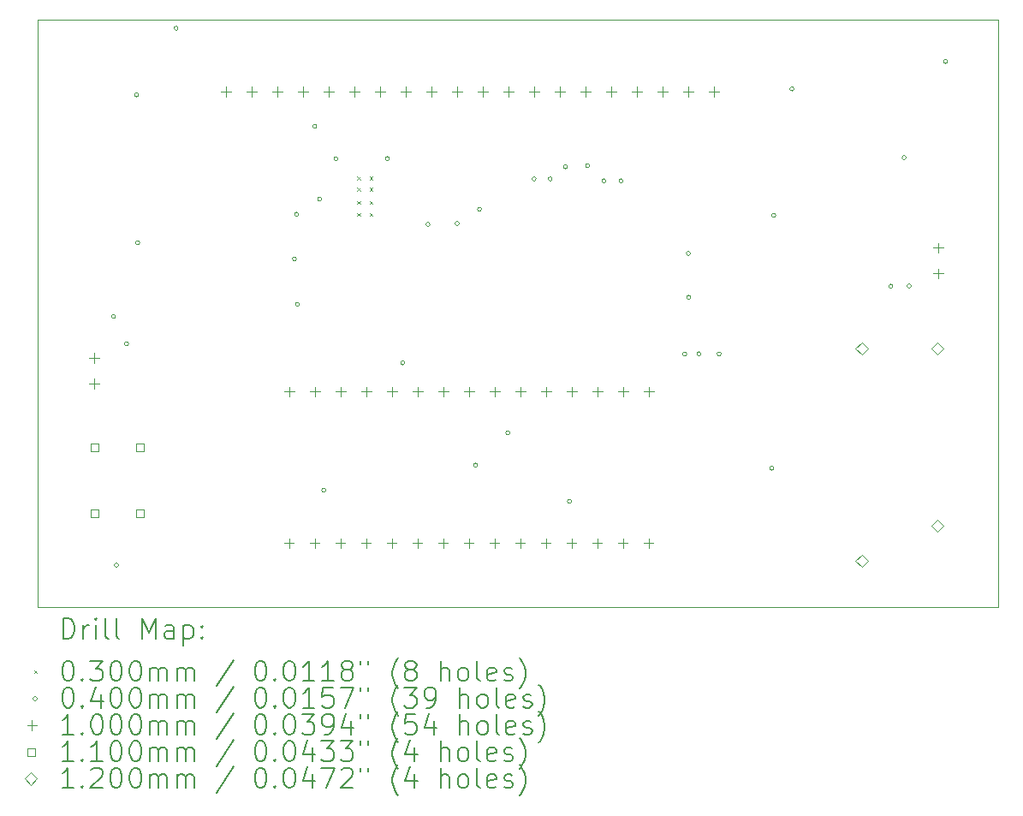
<source format=gbr>
%TF.GenerationSoftware,KiCad,Pcbnew,6.0.11+dfsg-1~bpo11+1*%
%TF.CreationDate,2023-11-07T00:47:49-03:00*%
%TF.ProjectId,controller,636f6e74-726f-46c6-9c65-722e6b696361,rev?*%
%TF.SameCoordinates,Original*%
%TF.FileFunction,Drillmap*%
%TF.FilePolarity,Positive*%
%FSLAX45Y45*%
G04 Gerber Fmt 4.5, Leading zero omitted, Abs format (unit mm)*
G04 Created by KiCad (PCBNEW 6.0.11+dfsg-1~bpo11+1) date 2023-11-07 00:47:49*
%MOMM*%
%LPD*%
G01*
G04 APERTURE LIST*
%ADD10C,0.100000*%
%ADD11C,0.200000*%
%ADD12C,0.030000*%
%ADD13C,0.040000*%
%ADD14C,0.110000*%
%ADD15C,0.120000*%
G04 APERTURE END LIST*
D10*
X19250000Y-12950000D02*
X19250000Y-7150000D01*
X9750000Y-12950000D02*
X19250000Y-12950000D01*
X9750000Y-7150000D02*
X9750000Y-12950000D01*
X19250000Y-7150000D02*
X9750000Y-7150000D01*
D11*
D12*
X12911600Y-8698600D02*
X12941600Y-8728600D01*
X12941600Y-8698600D02*
X12911600Y-8728600D01*
X12911600Y-8808600D02*
X12941600Y-8838600D01*
X12941600Y-8808600D02*
X12911600Y-8838600D01*
X12911600Y-8938600D02*
X12941600Y-8968600D01*
X12941600Y-8938600D02*
X12911600Y-8968600D01*
X12911600Y-9058600D02*
X12941600Y-9088600D01*
X12941600Y-9058600D02*
X12911600Y-9088600D01*
X13031600Y-8698600D02*
X13061600Y-8728600D01*
X13061600Y-8698600D02*
X13031600Y-8728600D01*
X13031600Y-8808600D02*
X13061600Y-8838600D01*
X13061600Y-8808600D02*
X13031600Y-8838600D01*
X13031600Y-8938600D02*
X13061600Y-8968600D01*
X13061600Y-8938600D02*
X13031600Y-8968600D01*
X13031600Y-9058600D02*
X13061600Y-9088600D01*
X13061600Y-9058600D02*
X13031600Y-9088600D01*
D13*
X10520000Y-10080000D02*
G75*
G03*
X10520000Y-10080000I-20000J0D01*
G01*
X10550000Y-12540000D02*
G75*
G03*
X10550000Y-12540000I-20000J0D01*
G01*
X10650000Y-10350000D02*
G75*
G03*
X10650000Y-10350000I-20000J0D01*
G01*
X10750000Y-7890000D02*
G75*
G03*
X10750000Y-7890000I-20000J0D01*
G01*
X10760000Y-9350000D02*
G75*
G03*
X10760000Y-9350000I-20000J0D01*
G01*
X11140000Y-7230000D02*
G75*
G03*
X11140000Y-7230000I-20000J0D01*
G01*
X12310000Y-9510000D02*
G75*
G03*
X12310000Y-9510000I-20000J0D01*
G01*
X12330000Y-9070000D02*
G75*
G03*
X12330000Y-9070000I-20000J0D01*
G01*
X12340000Y-9960000D02*
G75*
G03*
X12340000Y-9960000I-20000J0D01*
G01*
X12510000Y-8200000D02*
G75*
G03*
X12510000Y-8200000I-20000J0D01*
G01*
X12560000Y-8920000D02*
G75*
G03*
X12560000Y-8920000I-20000J0D01*
G01*
X12600000Y-11800000D02*
G75*
G03*
X12600000Y-11800000I-20000J0D01*
G01*
X12720000Y-8520000D02*
G75*
G03*
X12720000Y-8520000I-20000J0D01*
G01*
X13230000Y-8520000D02*
G75*
G03*
X13230000Y-8520000I-20000J0D01*
G01*
X13380000Y-10540000D02*
G75*
G03*
X13380000Y-10540000I-20000J0D01*
G01*
X13630000Y-9170000D02*
G75*
G03*
X13630000Y-9170000I-20000J0D01*
G01*
X13920000Y-9160000D02*
G75*
G03*
X13920000Y-9160000I-20000J0D01*
G01*
X14100000Y-11550000D02*
G75*
G03*
X14100000Y-11550000I-20000J0D01*
G01*
X14140000Y-9020000D02*
G75*
G03*
X14140000Y-9020000I-20000J0D01*
G01*
X14420000Y-11230000D02*
G75*
G03*
X14420000Y-11230000I-20000J0D01*
G01*
X14680000Y-8720000D02*
G75*
G03*
X14680000Y-8720000I-20000J0D01*
G01*
X14840000Y-8720000D02*
G75*
G03*
X14840000Y-8720000I-20000J0D01*
G01*
X14990000Y-8600000D02*
G75*
G03*
X14990000Y-8600000I-20000J0D01*
G01*
X15030000Y-11910000D02*
G75*
G03*
X15030000Y-11910000I-20000J0D01*
G01*
X15210000Y-8590000D02*
G75*
G03*
X15210000Y-8590000I-20000J0D01*
G01*
X15370000Y-8740000D02*
G75*
G03*
X15370000Y-8740000I-20000J0D01*
G01*
X15540000Y-8740000D02*
G75*
G03*
X15540000Y-8740000I-20000J0D01*
G01*
X16170000Y-10450000D02*
G75*
G03*
X16170000Y-10450000I-20000J0D01*
G01*
X16206500Y-9456500D02*
G75*
G03*
X16206500Y-9456500I-20000J0D01*
G01*
X16210000Y-9890000D02*
G75*
G03*
X16210000Y-9890000I-20000J0D01*
G01*
X16310000Y-10450000D02*
G75*
G03*
X16310000Y-10450000I-20000J0D01*
G01*
X16510000Y-10450000D02*
G75*
G03*
X16510000Y-10450000I-20000J0D01*
G01*
X17030000Y-11580000D02*
G75*
G03*
X17030000Y-11580000I-20000J0D01*
G01*
X17050000Y-9080000D02*
G75*
G03*
X17050000Y-9080000I-20000J0D01*
G01*
X17230000Y-7830000D02*
G75*
G03*
X17230000Y-7830000I-20000J0D01*
G01*
X18210000Y-9780000D02*
G75*
G03*
X18210000Y-9780000I-20000J0D01*
G01*
X18340000Y-8510000D02*
G75*
G03*
X18340000Y-8510000I-20000J0D01*
G01*
X18390000Y-9780000D02*
G75*
G03*
X18390000Y-9780000I-20000J0D01*
G01*
X18750000Y-7560000D02*
G75*
G03*
X18750000Y-7560000I-20000J0D01*
G01*
D10*
X10309100Y-10441800D02*
X10309100Y-10541800D01*
X10259100Y-10491800D02*
X10359100Y-10491800D01*
X10309100Y-10695800D02*
X10309100Y-10795800D01*
X10259100Y-10745800D02*
X10359100Y-10745800D01*
X11614500Y-7804000D02*
X11614500Y-7904000D01*
X11564500Y-7854000D02*
X11664500Y-7854000D01*
X11868500Y-7804000D02*
X11868500Y-7904000D01*
X11818500Y-7854000D02*
X11918500Y-7854000D01*
X12122500Y-7804000D02*
X12122500Y-7904000D01*
X12072500Y-7854000D02*
X12172500Y-7854000D01*
X12236000Y-12272600D02*
X12236000Y-12372600D01*
X12186000Y-12322600D02*
X12286000Y-12322600D01*
X12242000Y-10774000D02*
X12242000Y-10874000D01*
X12192000Y-10824000D02*
X12292000Y-10824000D01*
X12376500Y-7804000D02*
X12376500Y-7904000D01*
X12326500Y-7854000D02*
X12426500Y-7854000D01*
X12490000Y-12272600D02*
X12490000Y-12372600D01*
X12440000Y-12322600D02*
X12540000Y-12322600D01*
X12496000Y-10774000D02*
X12496000Y-10874000D01*
X12446000Y-10824000D02*
X12546000Y-10824000D01*
X12630500Y-7804000D02*
X12630500Y-7904000D01*
X12580500Y-7854000D02*
X12680500Y-7854000D01*
X12744000Y-12272600D02*
X12744000Y-12372600D01*
X12694000Y-12322600D02*
X12794000Y-12322600D01*
X12750000Y-10774000D02*
X12750000Y-10874000D01*
X12700000Y-10824000D02*
X12800000Y-10824000D01*
X12884500Y-7804000D02*
X12884500Y-7904000D01*
X12834500Y-7854000D02*
X12934500Y-7854000D01*
X12998000Y-12272600D02*
X12998000Y-12372600D01*
X12948000Y-12322600D02*
X13048000Y-12322600D01*
X13004000Y-10774000D02*
X13004000Y-10874000D01*
X12954000Y-10824000D02*
X13054000Y-10824000D01*
X13138500Y-7804000D02*
X13138500Y-7904000D01*
X13088500Y-7854000D02*
X13188500Y-7854000D01*
X13252000Y-12272600D02*
X13252000Y-12372600D01*
X13202000Y-12322600D02*
X13302000Y-12322600D01*
X13258000Y-10774000D02*
X13258000Y-10874000D01*
X13208000Y-10824000D02*
X13308000Y-10824000D01*
X13392500Y-7804000D02*
X13392500Y-7904000D01*
X13342500Y-7854000D02*
X13442500Y-7854000D01*
X13506000Y-12272600D02*
X13506000Y-12372600D01*
X13456000Y-12322600D02*
X13556000Y-12322600D01*
X13512000Y-10774000D02*
X13512000Y-10874000D01*
X13462000Y-10824000D02*
X13562000Y-10824000D01*
X13646500Y-7804000D02*
X13646500Y-7904000D01*
X13596500Y-7854000D02*
X13696500Y-7854000D01*
X13760000Y-12272600D02*
X13760000Y-12372600D01*
X13710000Y-12322600D02*
X13810000Y-12322600D01*
X13766000Y-10774000D02*
X13766000Y-10874000D01*
X13716000Y-10824000D02*
X13816000Y-10824000D01*
X13900500Y-7804000D02*
X13900500Y-7904000D01*
X13850500Y-7854000D02*
X13950500Y-7854000D01*
X14014000Y-12272600D02*
X14014000Y-12372600D01*
X13964000Y-12322600D02*
X14064000Y-12322600D01*
X14020000Y-10774000D02*
X14020000Y-10874000D01*
X13970000Y-10824000D02*
X14070000Y-10824000D01*
X14154500Y-7804000D02*
X14154500Y-7904000D01*
X14104500Y-7854000D02*
X14204500Y-7854000D01*
X14268000Y-12272600D02*
X14268000Y-12372600D01*
X14218000Y-12322600D02*
X14318000Y-12322600D01*
X14274000Y-10774000D02*
X14274000Y-10874000D01*
X14224000Y-10824000D02*
X14324000Y-10824000D01*
X14408500Y-7804000D02*
X14408500Y-7904000D01*
X14358500Y-7854000D02*
X14458500Y-7854000D01*
X14522000Y-12272600D02*
X14522000Y-12372600D01*
X14472000Y-12322600D02*
X14572000Y-12322600D01*
X14528000Y-10774000D02*
X14528000Y-10874000D01*
X14478000Y-10824000D02*
X14578000Y-10824000D01*
X14662500Y-7804000D02*
X14662500Y-7904000D01*
X14612500Y-7854000D02*
X14712500Y-7854000D01*
X14776000Y-12272600D02*
X14776000Y-12372600D01*
X14726000Y-12322600D02*
X14826000Y-12322600D01*
X14782000Y-10774000D02*
X14782000Y-10874000D01*
X14732000Y-10824000D02*
X14832000Y-10824000D01*
X14916500Y-7804000D02*
X14916500Y-7904000D01*
X14866500Y-7854000D02*
X14966500Y-7854000D01*
X15030000Y-12272600D02*
X15030000Y-12372600D01*
X14980000Y-12322600D02*
X15080000Y-12322600D01*
X15036000Y-10774000D02*
X15036000Y-10874000D01*
X14986000Y-10824000D02*
X15086000Y-10824000D01*
X15170500Y-7804000D02*
X15170500Y-7904000D01*
X15120500Y-7854000D02*
X15220500Y-7854000D01*
X15284000Y-12272600D02*
X15284000Y-12372600D01*
X15234000Y-12322600D02*
X15334000Y-12322600D01*
X15290000Y-10774000D02*
X15290000Y-10874000D01*
X15240000Y-10824000D02*
X15340000Y-10824000D01*
X15424500Y-7804000D02*
X15424500Y-7904000D01*
X15374500Y-7854000D02*
X15474500Y-7854000D01*
X15538000Y-12272600D02*
X15538000Y-12372600D01*
X15488000Y-12322600D02*
X15588000Y-12322600D01*
X15544000Y-10774000D02*
X15544000Y-10874000D01*
X15494000Y-10824000D02*
X15594000Y-10824000D01*
X15678500Y-7804000D02*
X15678500Y-7904000D01*
X15628500Y-7854000D02*
X15728500Y-7854000D01*
X15792000Y-12272600D02*
X15792000Y-12372600D01*
X15742000Y-12322600D02*
X15842000Y-12322600D01*
X15798000Y-10774000D02*
X15798000Y-10874000D01*
X15748000Y-10824000D02*
X15848000Y-10824000D01*
X15932500Y-7804000D02*
X15932500Y-7904000D01*
X15882500Y-7854000D02*
X15982500Y-7854000D01*
X16186500Y-7804000D02*
X16186500Y-7904000D01*
X16136500Y-7854000D02*
X16236500Y-7854000D01*
X16440500Y-7804000D02*
X16440500Y-7904000D01*
X16390500Y-7854000D02*
X16490500Y-7854000D01*
X18655500Y-9351600D02*
X18655500Y-9451600D01*
X18605500Y-9401600D02*
X18705500Y-9401600D01*
X18655500Y-9605600D02*
X18655500Y-9705600D01*
X18605500Y-9655600D02*
X18705500Y-9655600D01*
D14*
X10354091Y-11414191D02*
X10354091Y-11336409D01*
X10276309Y-11336409D01*
X10276309Y-11414191D01*
X10354091Y-11414191D01*
X10354091Y-12064191D02*
X10354091Y-11986409D01*
X10276309Y-11986409D01*
X10276309Y-12064191D01*
X10354091Y-12064191D01*
X10804091Y-11414191D02*
X10804091Y-11336409D01*
X10726309Y-11336409D01*
X10726309Y-11414191D01*
X10804091Y-11414191D01*
X10804091Y-12064191D02*
X10804091Y-11986409D01*
X10726309Y-11986409D01*
X10726309Y-12064191D01*
X10804091Y-12064191D01*
D15*
X17900000Y-10460000D02*
X17960000Y-10400000D01*
X17900000Y-10340000D01*
X17840000Y-10400000D01*
X17900000Y-10460000D01*
X17900000Y-12560000D02*
X17960000Y-12500000D01*
X17900000Y-12440000D01*
X17840000Y-12500000D01*
X17900000Y-12560000D01*
X18650000Y-10460000D02*
X18710000Y-10400000D01*
X18650000Y-10340000D01*
X18590000Y-10400000D01*
X18650000Y-10460000D01*
X18650000Y-12210000D02*
X18710000Y-12150000D01*
X18650000Y-12090000D01*
X18590000Y-12150000D01*
X18650000Y-12210000D01*
D11*
X10002619Y-13265476D02*
X10002619Y-13065476D01*
X10050238Y-13065476D01*
X10078810Y-13075000D01*
X10097857Y-13094048D01*
X10107381Y-13113095D01*
X10116905Y-13151190D01*
X10116905Y-13179762D01*
X10107381Y-13217857D01*
X10097857Y-13236905D01*
X10078810Y-13255952D01*
X10050238Y-13265476D01*
X10002619Y-13265476D01*
X10202619Y-13265476D02*
X10202619Y-13132143D01*
X10202619Y-13170238D02*
X10212143Y-13151190D01*
X10221667Y-13141667D01*
X10240714Y-13132143D01*
X10259762Y-13132143D01*
X10326429Y-13265476D02*
X10326429Y-13132143D01*
X10326429Y-13065476D02*
X10316905Y-13075000D01*
X10326429Y-13084524D01*
X10335952Y-13075000D01*
X10326429Y-13065476D01*
X10326429Y-13084524D01*
X10450238Y-13265476D02*
X10431190Y-13255952D01*
X10421667Y-13236905D01*
X10421667Y-13065476D01*
X10555000Y-13265476D02*
X10535952Y-13255952D01*
X10526429Y-13236905D01*
X10526429Y-13065476D01*
X10783571Y-13265476D02*
X10783571Y-13065476D01*
X10850238Y-13208333D01*
X10916905Y-13065476D01*
X10916905Y-13265476D01*
X11097857Y-13265476D02*
X11097857Y-13160714D01*
X11088333Y-13141667D01*
X11069286Y-13132143D01*
X11031190Y-13132143D01*
X11012143Y-13141667D01*
X11097857Y-13255952D02*
X11078810Y-13265476D01*
X11031190Y-13265476D01*
X11012143Y-13255952D01*
X11002619Y-13236905D01*
X11002619Y-13217857D01*
X11012143Y-13198809D01*
X11031190Y-13189286D01*
X11078810Y-13189286D01*
X11097857Y-13179762D01*
X11193095Y-13132143D02*
X11193095Y-13332143D01*
X11193095Y-13141667D02*
X11212143Y-13132143D01*
X11250238Y-13132143D01*
X11269286Y-13141667D01*
X11278809Y-13151190D01*
X11288333Y-13170238D01*
X11288333Y-13227381D01*
X11278809Y-13246428D01*
X11269286Y-13255952D01*
X11250238Y-13265476D01*
X11212143Y-13265476D01*
X11193095Y-13255952D01*
X11374048Y-13246428D02*
X11383571Y-13255952D01*
X11374048Y-13265476D01*
X11364524Y-13255952D01*
X11374048Y-13246428D01*
X11374048Y-13265476D01*
X11374048Y-13141667D02*
X11383571Y-13151190D01*
X11374048Y-13160714D01*
X11364524Y-13151190D01*
X11374048Y-13141667D01*
X11374048Y-13160714D01*
D12*
X9715000Y-13580000D02*
X9745000Y-13610000D01*
X9745000Y-13580000D02*
X9715000Y-13610000D01*
D11*
X10040714Y-13485476D02*
X10059762Y-13485476D01*
X10078810Y-13495000D01*
X10088333Y-13504524D01*
X10097857Y-13523571D01*
X10107381Y-13561667D01*
X10107381Y-13609286D01*
X10097857Y-13647381D01*
X10088333Y-13666428D01*
X10078810Y-13675952D01*
X10059762Y-13685476D01*
X10040714Y-13685476D01*
X10021667Y-13675952D01*
X10012143Y-13666428D01*
X10002619Y-13647381D01*
X9993095Y-13609286D01*
X9993095Y-13561667D01*
X10002619Y-13523571D01*
X10012143Y-13504524D01*
X10021667Y-13495000D01*
X10040714Y-13485476D01*
X10193095Y-13666428D02*
X10202619Y-13675952D01*
X10193095Y-13685476D01*
X10183571Y-13675952D01*
X10193095Y-13666428D01*
X10193095Y-13685476D01*
X10269286Y-13485476D02*
X10393095Y-13485476D01*
X10326429Y-13561667D01*
X10355000Y-13561667D01*
X10374048Y-13571190D01*
X10383571Y-13580714D01*
X10393095Y-13599762D01*
X10393095Y-13647381D01*
X10383571Y-13666428D01*
X10374048Y-13675952D01*
X10355000Y-13685476D01*
X10297857Y-13685476D01*
X10278810Y-13675952D01*
X10269286Y-13666428D01*
X10516905Y-13485476D02*
X10535952Y-13485476D01*
X10555000Y-13495000D01*
X10564524Y-13504524D01*
X10574048Y-13523571D01*
X10583571Y-13561667D01*
X10583571Y-13609286D01*
X10574048Y-13647381D01*
X10564524Y-13666428D01*
X10555000Y-13675952D01*
X10535952Y-13685476D01*
X10516905Y-13685476D01*
X10497857Y-13675952D01*
X10488333Y-13666428D01*
X10478810Y-13647381D01*
X10469286Y-13609286D01*
X10469286Y-13561667D01*
X10478810Y-13523571D01*
X10488333Y-13504524D01*
X10497857Y-13495000D01*
X10516905Y-13485476D01*
X10707381Y-13485476D02*
X10726429Y-13485476D01*
X10745476Y-13495000D01*
X10755000Y-13504524D01*
X10764524Y-13523571D01*
X10774048Y-13561667D01*
X10774048Y-13609286D01*
X10764524Y-13647381D01*
X10755000Y-13666428D01*
X10745476Y-13675952D01*
X10726429Y-13685476D01*
X10707381Y-13685476D01*
X10688333Y-13675952D01*
X10678810Y-13666428D01*
X10669286Y-13647381D01*
X10659762Y-13609286D01*
X10659762Y-13561667D01*
X10669286Y-13523571D01*
X10678810Y-13504524D01*
X10688333Y-13495000D01*
X10707381Y-13485476D01*
X10859762Y-13685476D02*
X10859762Y-13552143D01*
X10859762Y-13571190D02*
X10869286Y-13561667D01*
X10888333Y-13552143D01*
X10916905Y-13552143D01*
X10935952Y-13561667D01*
X10945476Y-13580714D01*
X10945476Y-13685476D01*
X10945476Y-13580714D02*
X10955000Y-13561667D01*
X10974048Y-13552143D01*
X11002619Y-13552143D01*
X11021667Y-13561667D01*
X11031190Y-13580714D01*
X11031190Y-13685476D01*
X11126429Y-13685476D02*
X11126429Y-13552143D01*
X11126429Y-13571190D02*
X11135952Y-13561667D01*
X11155000Y-13552143D01*
X11183571Y-13552143D01*
X11202619Y-13561667D01*
X11212143Y-13580714D01*
X11212143Y-13685476D01*
X11212143Y-13580714D02*
X11221667Y-13561667D01*
X11240714Y-13552143D01*
X11269286Y-13552143D01*
X11288333Y-13561667D01*
X11297857Y-13580714D01*
X11297857Y-13685476D01*
X11688333Y-13475952D02*
X11516905Y-13733095D01*
X11945476Y-13485476D02*
X11964524Y-13485476D01*
X11983571Y-13495000D01*
X11993095Y-13504524D01*
X12002619Y-13523571D01*
X12012143Y-13561667D01*
X12012143Y-13609286D01*
X12002619Y-13647381D01*
X11993095Y-13666428D01*
X11983571Y-13675952D01*
X11964524Y-13685476D01*
X11945476Y-13685476D01*
X11926428Y-13675952D01*
X11916905Y-13666428D01*
X11907381Y-13647381D01*
X11897857Y-13609286D01*
X11897857Y-13561667D01*
X11907381Y-13523571D01*
X11916905Y-13504524D01*
X11926428Y-13495000D01*
X11945476Y-13485476D01*
X12097857Y-13666428D02*
X12107381Y-13675952D01*
X12097857Y-13685476D01*
X12088333Y-13675952D01*
X12097857Y-13666428D01*
X12097857Y-13685476D01*
X12231190Y-13485476D02*
X12250238Y-13485476D01*
X12269286Y-13495000D01*
X12278809Y-13504524D01*
X12288333Y-13523571D01*
X12297857Y-13561667D01*
X12297857Y-13609286D01*
X12288333Y-13647381D01*
X12278809Y-13666428D01*
X12269286Y-13675952D01*
X12250238Y-13685476D01*
X12231190Y-13685476D01*
X12212143Y-13675952D01*
X12202619Y-13666428D01*
X12193095Y-13647381D01*
X12183571Y-13609286D01*
X12183571Y-13561667D01*
X12193095Y-13523571D01*
X12202619Y-13504524D01*
X12212143Y-13495000D01*
X12231190Y-13485476D01*
X12488333Y-13685476D02*
X12374048Y-13685476D01*
X12431190Y-13685476D02*
X12431190Y-13485476D01*
X12412143Y-13514048D01*
X12393095Y-13533095D01*
X12374048Y-13542619D01*
X12678809Y-13685476D02*
X12564524Y-13685476D01*
X12621667Y-13685476D02*
X12621667Y-13485476D01*
X12602619Y-13514048D01*
X12583571Y-13533095D01*
X12564524Y-13542619D01*
X12793095Y-13571190D02*
X12774048Y-13561667D01*
X12764524Y-13552143D01*
X12755000Y-13533095D01*
X12755000Y-13523571D01*
X12764524Y-13504524D01*
X12774048Y-13495000D01*
X12793095Y-13485476D01*
X12831190Y-13485476D01*
X12850238Y-13495000D01*
X12859762Y-13504524D01*
X12869286Y-13523571D01*
X12869286Y-13533095D01*
X12859762Y-13552143D01*
X12850238Y-13561667D01*
X12831190Y-13571190D01*
X12793095Y-13571190D01*
X12774048Y-13580714D01*
X12764524Y-13590238D01*
X12755000Y-13609286D01*
X12755000Y-13647381D01*
X12764524Y-13666428D01*
X12774048Y-13675952D01*
X12793095Y-13685476D01*
X12831190Y-13685476D01*
X12850238Y-13675952D01*
X12859762Y-13666428D01*
X12869286Y-13647381D01*
X12869286Y-13609286D01*
X12859762Y-13590238D01*
X12850238Y-13580714D01*
X12831190Y-13571190D01*
X12945476Y-13485476D02*
X12945476Y-13523571D01*
X13021667Y-13485476D02*
X13021667Y-13523571D01*
X13316905Y-13761667D02*
X13307381Y-13752143D01*
X13288333Y-13723571D01*
X13278809Y-13704524D01*
X13269286Y-13675952D01*
X13259762Y-13628333D01*
X13259762Y-13590238D01*
X13269286Y-13542619D01*
X13278809Y-13514048D01*
X13288333Y-13495000D01*
X13307381Y-13466428D01*
X13316905Y-13456905D01*
X13421667Y-13571190D02*
X13402619Y-13561667D01*
X13393095Y-13552143D01*
X13383571Y-13533095D01*
X13383571Y-13523571D01*
X13393095Y-13504524D01*
X13402619Y-13495000D01*
X13421667Y-13485476D01*
X13459762Y-13485476D01*
X13478809Y-13495000D01*
X13488333Y-13504524D01*
X13497857Y-13523571D01*
X13497857Y-13533095D01*
X13488333Y-13552143D01*
X13478809Y-13561667D01*
X13459762Y-13571190D01*
X13421667Y-13571190D01*
X13402619Y-13580714D01*
X13393095Y-13590238D01*
X13383571Y-13609286D01*
X13383571Y-13647381D01*
X13393095Y-13666428D01*
X13402619Y-13675952D01*
X13421667Y-13685476D01*
X13459762Y-13685476D01*
X13478809Y-13675952D01*
X13488333Y-13666428D01*
X13497857Y-13647381D01*
X13497857Y-13609286D01*
X13488333Y-13590238D01*
X13478809Y-13580714D01*
X13459762Y-13571190D01*
X13735952Y-13685476D02*
X13735952Y-13485476D01*
X13821667Y-13685476D02*
X13821667Y-13580714D01*
X13812143Y-13561667D01*
X13793095Y-13552143D01*
X13764524Y-13552143D01*
X13745476Y-13561667D01*
X13735952Y-13571190D01*
X13945476Y-13685476D02*
X13926428Y-13675952D01*
X13916905Y-13666428D01*
X13907381Y-13647381D01*
X13907381Y-13590238D01*
X13916905Y-13571190D01*
X13926428Y-13561667D01*
X13945476Y-13552143D01*
X13974048Y-13552143D01*
X13993095Y-13561667D01*
X14002619Y-13571190D01*
X14012143Y-13590238D01*
X14012143Y-13647381D01*
X14002619Y-13666428D01*
X13993095Y-13675952D01*
X13974048Y-13685476D01*
X13945476Y-13685476D01*
X14126428Y-13685476D02*
X14107381Y-13675952D01*
X14097857Y-13656905D01*
X14097857Y-13485476D01*
X14278809Y-13675952D02*
X14259762Y-13685476D01*
X14221667Y-13685476D01*
X14202619Y-13675952D01*
X14193095Y-13656905D01*
X14193095Y-13580714D01*
X14202619Y-13561667D01*
X14221667Y-13552143D01*
X14259762Y-13552143D01*
X14278809Y-13561667D01*
X14288333Y-13580714D01*
X14288333Y-13599762D01*
X14193095Y-13618809D01*
X14364524Y-13675952D02*
X14383571Y-13685476D01*
X14421667Y-13685476D01*
X14440714Y-13675952D01*
X14450238Y-13656905D01*
X14450238Y-13647381D01*
X14440714Y-13628333D01*
X14421667Y-13618809D01*
X14393095Y-13618809D01*
X14374048Y-13609286D01*
X14364524Y-13590238D01*
X14364524Y-13580714D01*
X14374048Y-13561667D01*
X14393095Y-13552143D01*
X14421667Y-13552143D01*
X14440714Y-13561667D01*
X14516905Y-13761667D02*
X14526428Y-13752143D01*
X14545476Y-13723571D01*
X14555000Y-13704524D01*
X14564524Y-13675952D01*
X14574048Y-13628333D01*
X14574048Y-13590238D01*
X14564524Y-13542619D01*
X14555000Y-13514048D01*
X14545476Y-13495000D01*
X14526428Y-13466428D01*
X14516905Y-13456905D01*
D13*
X9745000Y-13859000D02*
G75*
G03*
X9745000Y-13859000I-20000J0D01*
G01*
D11*
X10040714Y-13749476D02*
X10059762Y-13749476D01*
X10078810Y-13759000D01*
X10088333Y-13768524D01*
X10097857Y-13787571D01*
X10107381Y-13825667D01*
X10107381Y-13873286D01*
X10097857Y-13911381D01*
X10088333Y-13930428D01*
X10078810Y-13939952D01*
X10059762Y-13949476D01*
X10040714Y-13949476D01*
X10021667Y-13939952D01*
X10012143Y-13930428D01*
X10002619Y-13911381D01*
X9993095Y-13873286D01*
X9993095Y-13825667D01*
X10002619Y-13787571D01*
X10012143Y-13768524D01*
X10021667Y-13759000D01*
X10040714Y-13749476D01*
X10193095Y-13930428D02*
X10202619Y-13939952D01*
X10193095Y-13949476D01*
X10183571Y-13939952D01*
X10193095Y-13930428D01*
X10193095Y-13949476D01*
X10374048Y-13816143D02*
X10374048Y-13949476D01*
X10326429Y-13739952D02*
X10278810Y-13882809D01*
X10402619Y-13882809D01*
X10516905Y-13749476D02*
X10535952Y-13749476D01*
X10555000Y-13759000D01*
X10564524Y-13768524D01*
X10574048Y-13787571D01*
X10583571Y-13825667D01*
X10583571Y-13873286D01*
X10574048Y-13911381D01*
X10564524Y-13930428D01*
X10555000Y-13939952D01*
X10535952Y-13949476D01*
X10516905Y-13949476D01*
X10497857Y-13939952D01*
X10488333Y-13930428D01*
X10478810Y-13911381D01*
X10469286Y-13873286D01*
X10469286Y-13825667D01*
X10478810Y-13787571D01*
X10488333Y-13768524D01*
X10497857Y-13759000D01*
X10516905Y-13749476D01*
X10707381Y-13749476D02*
X10726429Y-13749476D01*
X10745476Y-13759000D01*
X10755000Y-13768524D01*
X10764524Y-13787571D01*
X10774048Y-13825667D01*
X10774048Y-13873286D01*
X10764524Y-13911381D01*
X10755000Y-13930428D01*
X10745476Y-13939952D01*
X10726429Y-13949476D01*
X10707381Y-13949476D01*
X10688333Y-13939952D01*
X10678810Y-13930428D01*
X10669286Y-13911381D01*
X10659762Y-13873286D01*
X10659762Y-13825667D01*
X10669286Y-13787571D01*
X10678810Y-13768524D01*
X10688333Y-13759000D01*
X10707381Y-13749476D01*
X10859762Y-13949476D02*
X10859762Y-13816143D01*
X10859762Y-13835190D02*
X10869286Y-13825667D01*
X10888333Y-13816143D01*
X10916905Y-13816143D01*
X10935952Y-13825667D01*
X10945476Y-13844714D01*
X10945476Y-13949476D01*
X10945476Y-13844714D02*
X10955000Y-13825667D01*
X10974048Y-13816143D01*
X11002619Y-13816143D01*
X11021667Y-13825667D01*
X11031190Y-13844714D01*
X11031190Y-13949476D01*
X11126429Y-13949476D02*
X11126429Y-13816143D01*
X11126429Y-13835190D02*
X11135952Y-13825667D01*
X11155000Y-13816143D01*
X11183571Y-13816143D01*
X11202619Y-13825667D01*
X11212143Y-13844714D01*
X11212143Y-13949476D01*
X11212143Y-13844714D02*
X11221667Y-13825667D01*
X11240714Y-13816143D01*
X11269286Y-13816143D01*
X11288333Y-13825667D01*
X11297857Y-13844714D01*
X11297857Y-13949476D01*
X11688333Y-13739952D02*
X11516905Y-13997095D01*
X11945476Y-13749476D02*
X11964524Y-13749476D01*
X11983571Y-13759000D01*
X11993095Y-13768524D01*
X12002619Y-13787571D01*
X12012143Y-13825667D01*
X12012143Y-13873286D01*
X12002619Y-13911381D01*
X11993095Y-13930428D01*
X11983571Y-13939952D01*
X11964524Y-13949476D01*
X11945476Y-13949476D01*
X11926428Y-13939952D01*
X11916905Y-13930428D01*
X11907381Y-13911381D01*
X11897857Y-13873286D01*
X11897857Y-13825667D01*
X11907381Y-13787571D01*
X11916905Y-13768524D01*
X11926428Y-13759000D01*
X11945476Y-13749476D01*
X12097857Y-13930428D02*
X12107381Y-13939952D01*
X12097857Y-13949476D01*
X12088333Y-13939952D01*
X12097857Y-13930428D01*
X12097857Y-13949476D01*
X12231190Y-13749476D02*
X12250238Y-13749476D01*
X12269286Y-13759000D01*
X12278809Y-13768524D01*
X12288333Y-13787571D01*
X12297857Y-13825667D01*
X12297857Y-13873286D01*
X12288333Y-13911381D01*
X12278809Y-13930428D01*
X12269286Y-13939952D01*
X12250238Y-13949476D01*
X12231190Y-13949476D01*
X12212143Y-13939952D01*
X12202619Y-13930428D01*
X12193095Y-13911381D01*
X12183571Y-13873286D01*
X12183571Y-13825667D01*
X12193095Y-13787571D01*
X12202619Y-13768524D01*
X12212143Y-13759000D01*
X12231190Y-13749476D01*
X12488333Y-13949476D02*
X12374048Y-13949476D01*
X12431190Y-13949476D02*
X12431190Y-13749476D01*
X12412143Y-13778048D01*
X12393095Y-13797095D01*
X12374048Y-13806619D01*
X12669286Y-13749476D02*
X12574048Y-13749476D01*
X12564524Y-13844714D01*
X12574048Y-13835190D01*
X12593095Y-13825667D01*
X12640714Y-13825667D01*
X12659762Y-13835190D01*
X12669286Y-13844714D01*
X12678809Y-13863762D01*
X12678809Y-13911381D01*
X12669286Y-13930428D01*
X12659762Y-13939952D01*
X12640714Y-13949476D01*
X12593095Y-13949476D01*
X12574048Y-13939952D01*
X12564524Y-13930428D01*
X12745476Y-13749476D02*
X12878809Y-13749476D01*
X12793095Y-13949476D01*
X12945476Y-13749476D02*
X12945476Y-13787571D01*
X13021667Y-13749476D02*
X13021667Y-13787571D01*
X13316905Y-14025667D02*
X13307381Y-14016143D01*
X13288333Y-13987571D01*
X13278809Y-13968524D01*
X13269286Y-13939952D01*
X13259762Y-13892333D01*
X13259762Y-13854238D01*
X13269286Y-13806619D01*
X13278809Y-13778048D01*
X13288333Y-13759000D01*
X13307381Y-13730428D01*
X13316905Y-13720905D01*
X13374048Y-13749476D02*
X13497857Y-13749476D01*
X13431190Y-13825667D01*
X13459762Y-13825667D01*
X13478809Y-13835190D01*
X13488333Y-13844714D01*
X13497857Y-13863762D01*
X13497857Y-13911381D01*
X13488333Y-13930428D01*
X13478809Y-13939952D01*
X13459762Y-13949476D01*
X13402619Y-13949476D01*
X13383571Y-13939952D01*
X13374048Y-13930428D01*
X13593095Y-13949476D02*
X13631190Y-13949476D01*
X13650238Y-13939952D01*
X13659762Y-13930428D01*
X13678809Y-13901857D01*
X13688333Y-13863762D01*
X13688333Y-13787571D01*
X13678809Y-13768524D01*
X13669286Y-13759000D01*
X13650238Y-13749476D01*
X13612143Y-13749476D01*
X13593095Y-13759000D01*
X13583571Y-13768524D01*
X13574048Y-13787571D01*
X13574048Y-13835190D01*
X13583571Y-13854238D01*
X13593095Y-13863762D01*
X13612143Y-13873286D01*
X13650238Y-13873286D01*
X13669286Y-13863762D01*
X13678809Y-13854238D01*
X13688333Y-13835190D01*
X13926428Y-13949476D02*
X13926428Y-13749476D01*
X14012143Y-13949476D02*
X14012143Y-13844714D01*
X14002619Y-13825667D01*
X13983571Y-13816143D01*
X13955000Y-13816143D01*
X13935952Y-13825667D01*
X13926428Y-13835190D01*
X14135952Y-13949476D02*
X14116905Y-13939952D01*
X14107381Y-13930428D01*
X14097857Y-13911381D01*
X14097857Y-13854238D01*
X14107381Y-13835190D01*
X14116905Y-13825667D01*
X14135952Y-13816143D01*
X14164524Y-13816143D01*
X14183571Y-13825667D01*
X14193095Y-13835190D01*
X14202619Y-13854238D01*
X14202619Y-13911381D01*
X14193095Y-13930428D01*
X14183571Y-13939952D01*
X14164524Y-13949476D01*
X14135952Y-13949476D01*
X14316905Y-13949476D02*
X14297857Y-13939952D01*
X14288333Y-13920905D01*
X14288333Y-13749476D01*
X14469286Y-13939952D02*
X14450238Y-13949476D01*
X14412143Y-13949476D01*
X14393095Y-13939952D01*
X14383571Y-13920905D01*
X14383571Y-13844714D01*
X14393095Y-13825667D01*
X14412143Y-13816143D01*
X14450238Y-13816143D01*
X14469286Y-13825667D01*
X14478809Y-13844714D01*
X14478809Y-13863762D01*
X14383571Y-13882809D01*
X14555000Y-13939952D02*
X14574048Y-13949476D01*
X14612143Y-13949476D01*
X14631190Y-13939952D01*
X14640714Y-13920905D01*
X14640714Y-13911381D01*
X14631190Y-13892333D01*
X14612143Y-13882809D01*
X14583571Y-13882809D01*
X14564524Y-13873286D01*
X14555000Y-13854238D01*
X14555000Y-13844714D01*
X14564524Y-13825667D01*
X14583571Y-13816143D01*
X14612143Y-13816143D01*
X14631190Y-13825667D01*
X14707381Y-14025667D02*
X14716905Y-14016143D01*
X14735952Y-13987571D01*
X14745476Y-13968524D01*
X14755000Y-13939952D01*
X14764524Y-13892333D01*
X14764524Y-13854238D01*
X14755000Y-13806619D01*
X14745476Y-13778048D01*
X14735952Y-13759000D01*
X14716905Y-13730428D01*
X14707381Y-13720905D01*
D10*
X9695000Y-14073000D02*
X9695000Y-14173000D01*
X9645000Y-14123000D02*
X9745000Y-14123000D01*
D11*
X10107381Y-14213476D02*
X9993095Y-14213476D01*
X10050238Y-14213476D02*
X10050238Y-14013476D01*
X10031190Y-14042048D01*
X10012143Y-14061095D01*
X9993095Y-14070619D01*
X10193095Y-14194428D02*
X10202619Y-14203952D01*
X10193095Y-14213476D01*
X10183571Y-14203952D01*
X10193095Y-14194428D01*
X10193095Y-14213476D01*
X10326429Y-14013476D02*
X10345476Y-14013476D01*
X10364524Y-14023000D01*
X10374048Y-14032524D01*
X10383571Y-14051571D01*
X10393095Y-14089667D01*
X10393095Y-14137286D01*
X10383571Y-14175381D01*
X10374048Y-14194428D01*
X10364524Y-14203952D01*
X10345476Y-14213476D01*
X10326429Y-14213476D01*
X10307381Y-14203952D01*
X10297857Y-14194428D01*
X10288333Y-14175381D01*
X10278810Y-14137286D01*
X10278810Y-14089667D01*
X10288333Y-14051571D01*
X10297857Y-14032524D01*
X10307381Y-14023000D01*
X10326429Y-14013476D01*
X10516905Y-14013476D02*
X10535952Y-14013476D01*
X10555000Y-14023000D01*
X10564524Y-14032524D01*
X10574048Y-14051571D01*
X10583571Y-14089667D01*
X10583571Y-14137286D01*
X10574048Y-14175381D01*
X10564524Y-14194428D01*
X10555000Y-14203952D01*
X10535952Y-14213476D01*
X10516905Y-14213476D01*
X10497857Y-14203952D01*
X10488333Y-14194428D01*
X10478810Y-14175381D01*
X10469286Y-14137286D01*
X10469286Y-14089667D01*
X10478810Y-14051571D01*
X10488333Y-14032524D01*
X10497857Y-14023000D01*
X10516905Y-14013476D01*
X10707381Y-14013476D02*
X10726429Y-14013476D01*
X10745476Y-14023000D01*
X10755000Y-14032524D01*
X10764524Y-14051571D01*
X10774048Y-14089667D01*
X10774048Y-14137286D01*
X10764524Y-14175381D01*
X10755000Y-14194428D01*
X10745476Y-14203952D01*
X10726429Y-14213476D01*
X10707381Y-14213476D01*
X10688333Y-14203952D01*
X10678810Y-14194428D01*
X10669286Y-14175381D01*
X10659762Y-14137286D01*
X10659762Y-14089667D01*
X10669286Y-14051571D01*
X10678810Y-14032524D01*
X10688333Y-14023000D01*
X10707381Y-14013476D01*
X10859762Y-14213476D02*
X10859762Y-14080143D01*
X10859762Y-14099190D02*
X10869286Y-14089667D01*
X10888333Y-14080143D01*
X10916905Y-14080143D01*
X10935952Y-14089667D01*
X10945476Y-14108714D01*
X10945476Y-14213476D01*
X10945476Y-14108714D02*
X10955000Y-14089667D01*
X10974048Y-14080143D01*
X11002619Y-14080143D01*
X11021667Y-14089667D01*
X11031190Y-14108714D01*
X11031190Y-14213476D01*
X11126429Y-14213476D02*
X11126429Y-14080143D01*
X11126429Y-14099190D02*
X11135952Y-14089667D01*
X11155000Y-14080143D01*
X11183571Y-14080143D01*
X11202619Y-14089667D01*
X11212143Y-14108714D01*
X11212143Y-14213476D01*
X11212143Y-14108714D02*
X11221667Y-14089667D01*
X11240714Y-14080143D01*
X11269286Y-14080143D01*
X11288333Y-14089667D01*
X11297857Y-14108714D01*
X11297857Y-14213476D01*
X11688333Y-14003952D02*
X11516905Y-14261095D01*
X11945476Y-14013476D02*
X11964524Y-14013476D01*
X11983571Y-14023000D01*
X11993095Y-14032524D01*
X12002619Y-14051571D01*
X12012143Y-14089667D01*
X12012143Y-14137286D01*
X12002619Y-14175381D01*
X11993095Y-14194428D01*
X11983571Y-14203952D01*
X11964524Y-14213476D01*
X11945476Y-14213476D01*
X11926428Y-14203952D01*
X11916905Y-14194428D01*
X11907381Y-14175381D01*
X11897857Y-14137286D01*
X11897857Y-14089667D01*
X11907381Y-14051571D01*
X11916905Y-14032524D01*
X11926428Y-14023000D01*
X11945476Y-14013476D01*
X12097857Y-14194428D02*
X12107381Y-14203952D01*
X12097857Y-14213476D01*
X12088333Y-14203952D01*
X12097857Y-14194428D01*
X12097857Y-14213476D01*
X12231190Y-14013476D02*
X12250238Y-14013476D01*
X12269286Y-14023000D01*
X12278809Y-14032524D01*
X12288333Y-14051571D01*
X12297857Y-14089667D01*
X12297857Y-14137286D01*
X12288333Y-14175381D01*
X12278809Y-14194428D01*
X12269286Y-14203952D01*
X12250238Y-14213476D01*
X12231190Y-14213476D01*
X12212143Y-14203952D01*
X12202619Y-14194428D01*
X12193095Y-14175381D01*
X12183571Y-14137286D01*
X12183571Y-14089667D01*
X12193095Y-14051571D01*
X12202619Y-14032524D01*
X12212143Y-14023000D01*
X12231190Y-14013476D01*
X12364524Y-14013476D02*
X12488333Y-14013476D01*
X12421667Y-14089667D01*
X12450238Y-14089667D01*
X12469286Y-14099190D01*
X12478809Y-14108714D01*
X12488333Y-14127762D01*
X12488333Y-14175381D01*
X12478809Y-14194428D01*
X12469286Y-14203952D01*
X12450238Y-14213476D01*
X12393095Y-14213476D01*
X12374048Y-14203952D01*
X12364524Y-14194428D01*
X12583571Y-14213476D02*
X12621667Y-14213476D01*
X12640714Y-14203952D01*
X12650238Y-14194428D01*
X12669286Y-14165857D01*
X12678809Y-14127762D01*
X12678809Y-14051571D01*
X12669286Y-14032524D01*
X12659762Y-14023000D01*
X12640714Y-14013476D01*
X12602619Y-14013476D01*
X12583571Y-14023000D01*
X12574048Y-14032524D01*
X12564524Y-14051571D01*
X12564524Y-14099190D01*
X12574048Y-14118238D01*
X12583571Y-14127762D01*
X12602619Y-14137286D01*
X12640714Y-14137286D01*
X12659762Y-14127762D01*
X12669286Y-14118238D01*
X12678809Y-14099190D01*
X12850238Y-14080143D02*
X12850238Y-14213476D01*
X12802619Y-14003952D02*
X12755000Y-14146809D01*
X12878809Y-14146809D01*
X12945476Y-14013476D02*
X12945476Y-14051571D01*
X13021667Y-14013476D02*
X13021667Y-14051571D01*
X13316905Y-14289667D02*
X13307381Y-14280143D01*
X13288333Y-14251571D01*
X13278809Y-14232524D01*
X13269286Y-14203952D01*
X13259762Y-14156333D01*
X13259762Y-14118238D01*
X13269286Y-14070619D01*
X13278809Y-14042048D01*
X13288333Y-14023000D01*
X13307381Y-13994428D01*
X13316905Y-13984905D01*
X13488333Y-14013476D02*
X13393095Y-14013476D01*
X13383571Y-14108714D01*
X13393095Y-14099190D01*
X13412143Y-14089667D01*
X13459762Y-14089667D01*
X13478809Y-14099190D01*
X13488333Y-14108714D01*
X13497857Y-14127762D01*
X13497857Y-14175381D01*
X13488333Y-14194428D01*
X13478809Y-14203952D01*
X13459762Y-14213476D01*
X13412143Y-14213476D01*
X13393095Y-14203952D01*
X13383571Y-14194428D01*
X13669286Y-14080143D02*
X13669286Y-14213476D01*
X13621667Y-14003952D02*
X13574048Y-14146809D01*
X13697857Y-14146809D01*
X13926428Y-14213476D02*
X13926428Y-14013476D01*
X14012143Y-14213476D02*
X14012143Y-14108714D01*
X14002619Y-14089667D01*
X13983571Y-14080143D01*
X13955000Y-14080143D01*
X13935952Y-14089667D01*
X13926428Y-14099190D01*
X14135952Y-14213476D02*
X14116905Y-14203952D01*
X14107381Y-14194428D01*
X14097857Y-14175381D01*
X14097857Y-14118238D01*
X14107381Y-14099190D01*
X14116905Y-14089667D01*
X14135952Y-14080143D01*
X14164524Y-14080143D01*
X14183571Y-14089667D01*
X14193095Y-14099190D01*
X14202619Y-14118238D01*
X14202619Y-14175381D01*
X14193095Y-14194428D01*
X14183571Y-14203952D01*
X14164524Y-14213476D01*
X14135952Y-14213476D01*
X14316905Y-14213476D02*
X14297857Y-14203952D01*
X14288333Y-14184905D01*
X14288333Y-14013476D01*
X14469286Y-14203952D02*
X14450238Y-14213476D01*
X14412143Y-14213476D01*
X14393095Y-14203952D01*
X14383571Y-14184905D01*
X14383571Y-14108714D01*
X14393095Y-14089667D01*
X14412143Y-14080143D01*
X14450238Y-14080143D01*
X14469286Y-14089667D01*
X14478809Y-14108714D01*
X14478809Y-14127762D01*
X14383571Y-14146809D01*
X14555000Y-14203952D02*
X14574048Y-14213476D01*
X14612143Y-14213476D01*
X14631190Y-14203952D01*
X14640714Y-14184905D01*
X14640714Y-14175381D01*
X14631190Y-14156333D01*
X14612143Y-14146809D01*
X14583571Y-14146809D01*
X14564524Y-14137286D01*
X14555000Y-14118238D01*
X14555000Y-14108714D01*
X14564524Y-14089667D01*
X14583571Y-14080143D01*
X14612143Y-14080143D01*
X14631190Y-14089667D01*
X14707381Y-14289667D02*
X14716905Y-14280143D01*
X14735952Y-14251571D01*
X14745476Y-14232524D01*
X14755000Y-14203952D01*
X14764524Y-14156333D01*
X14764524Y-14118238D01*
X14755000Y-14070619D01*
X14745476Y-14042048D01*
X14735952Y-14023000D01*
X14716905Y-13994428D01*
X14707381Y-13984905D01*
D14*
X9728891Y-14425891D02*
X9728891Y-14348109D01*
X9651109Y-14348109D01*
X9651109Y-14425891D01*
X9728891Y-14425891D01*
D11*
X10107381Y-14477476D02*
X9993095Y-14477476D01*
X10050238Y-14477476D02*
X10050238Y-14277476D01*
X10031190Y-14306048D01*
X10012143Y-14325095D01*
X9993095Y-14334619D01*
X10193095Y-14458428D02*
X10202619Y-14467952D01*
X10193095Y-14477476D01*
X10183571Y-14467952D01*
X10193095Y-14458428D01*
X10193095Y-14477476D01*
X10393095Y-14477476D02*
X10278810Y-14477476D01*
X10335952Y-14477476D02*
X10335952Y-14277476D01*
X10316905Y-14306048D01*
X10297857Y-14325095D01*
X10278810Y-14334619D01*
X10516905Y-14277476D02*
X10535952Y-14277476D01*
X10555000Y-14287000D01*
X10564524Y-14296524D01*
X10574048Y-14315571D01*
X10583571Y-14353667D01*
X10583571Y-14401286D01*
X10574048Y-14439381D01*
X10564524Y-14458428D01*
X10555000Y-14467952D01*
X10535952Y-14477476D01*
X10516905Y-14477476D01*
X10497857Y-14467952D01*
X10488333Y-14458428D01*
X10478810Y-14439381D01*
X10469286Y-14401286D01*
X10469286Y-14353667D01*
X10478810Y-14315571D01*
X10488333Y-14296524D01*
X10497857Y-14287000D01*
X10516905Y-14277476D01*
X10707381Y-14277476D02*
X10726429Y-14277476D01*
X10745476Y-14287000D01*
X10755000Y-14296524D01*
X10764524Y-14315571D01*
X10774048Y-14353667D01*
X10774048Y-14401286D01*
X10764524Y-14439381D01*
X10755000Y-14458428D01*
X10745476Y-14467952D01*
X10726429Y-14477476D01*
X10707381Y-14477476D01*
X10688333Y-14467952D01*
X10678810Y-14458428D01*
X10669286Y-14439381D01*
X10659762Y-14401286D01*
X10659762Y-14353667D01*
X10669286Y-14315571D01*
X10678810Y-14296524D01*
X10688333Y-14287000D01*
X10707381Y-14277476D01*
X10859762Y-14477476D02*
X10859762Y-14344143D01*
X10859762Y-14363190D02*
X10869286Y-14353667D01*
X10888333Y-14344143D01*
X10916905Y-14344143D01*
X10935952Y-14353667D01*
X10945476Y-14372714D01*
X10945476Y-14477476D01*
X10945476Y-14372714D02*
X10955000Y-14353667D01*
X10974048Y-14344143D01*
X11002619Y-14344143D01*
X11021667Y-14353667D01*
X11031190Y-14372714D01*
X11031190Y-14477476D01*
X11126429Y-14477476D02*
X11126429Y-14344143D01*
X11126429Y-14363190D02*
X11135952Y-14353667D01*
X11155000Y-14344143D01*
X11183571Y-14344143D01*
X11202619Y-14353667D01*
X11212143Y-14372714D01*
X11212143Y-14477476D01*
X11212143Y-14372714D02*
X11221667Y-14353667D01*
X11240714Y-14344143D01*
X11269286Y-14344143D01*
X11288333Y-14353667D01*
X11297857Y-14372714D01*
X11297857Y-14477476D01*
X11688333Y-14267952D02*
X11516905Y-14525095D01*
X11945476Y-14277476D02*
X11964524Y-14277476D01*
X11983571Y-14287000D01*
X11993095Y-14296524D01*
X12002619Y-14315571D01*
X12012143Y-14353667D01*
X12012143Y-14401286D01*
X12002619Y-14439381D01*
X11993095Y-14458428D01*
X11983571Y-14467952D01*
X11964524Y-14477476D01*
X11945476Y-14477476D01*
X11926428Y-14467952D01*
X11916905Y-14458428D01*
X11907381Y-14439381D01*
X11897857Y-14401286D01*
X11897857Y-14353667D01*
X11907381Y-14315571D01*
X11916905Y-14296524D01*
X11926428Y-14287000D01*
X11945476Y-14277476D01*
X12097857Y-14458428D02*
X12107381Y-14467952D01*
X12097857Y-14477476D01*
X12088333Y-14467952D01*
X12097857Y-14458428D01*
X12097857Y-14477476D01*
X12231190Y-14277476D02*
X12250238Y-14277476D01*
X12269286Y-14287000D01*
X12278809Y-14296524D01*
X12288333Y-14315571D01*
X12297857Y-14353667D01*
X12297857Y-14401286D01*
X12288333Y-14439381D01*
X12278809Y-14458428D01*
X12269286Y-14467952D01*
X12250238Y-14477476D01*
X12231190Y-14477476D01*
X12212143Y-14467952D01*
X12202619Y-14458428D01*
X12193095Y-14439381D01*
X12183571Y-14401286D01*
X12183571Y-14353667D01*
X12193095Y-14315571D01*
X12202619Y-14296524D01*
X12212143Y-14287000D01*
X12231190Y-14277476D01*
X12469286Y-14344143D02*
X12469286Y-14477476D01*
X12421667Y-14267952D02*
X12374048Y-14410809D01*
X12497857Y-14410809D01*
X12555000Y-14277476D02*
X12678809Y-14277476D01*
X12612143Y-14353667D01*
X12640714Y-14353667D01*
X12659762Y-14363190D01*
X12669286Y-14372714D01*
X12678809Y-14391762D01*
X12678809Y-14439381D01*
X12669286Y-14458428D01*
X12659762Y-14467952D01*
X12640714Y-14477476D01*
X12583571Y-14477476D01*
X12564524Y-14467952D01*
X12555000Y-14458428D01*
X12745476Y-14277476D02*
X12869286Y-14277476D01*
X12802619Y-14353667D01*
X12831190Y-14353667D01*
X12850238Y-14363190D01*
X12859762Y-14372714D01*
X12869286Y-14391762D01*
X12869286Y-14439381D01*
X12859762Y-14458428D01*
X12850238Y-14467952D01*
X12831190Y-14477476D01*
X12774048Y-14477476D01*
X12755000Y-14467952D01*
X12745476Y-14458428D01*
X12945476Y-14277476D02*
X12945476Y-14315571D01*
X13021667Y-14277476D02*
X13021667Y-14315571D01*
X13316905Y-14553667D02*
X13307381Y-14544143D01*
X13288333Y-14515571D01*
X13278809Y-14496524D01*
X13269286Y-14467952D01*
X13259762Y-14420333D01*
X13259762Y-14382238D01*
X13269286Y-14334619D01*
X13278809Y-14306048D01*
X13288333Y-14287000D01*
X13307381Y-14258428D01*
X13316905Y-14248905D01*
X13478809Y-14344143D02*
X13478809Y-14477476D01*
X13431190Y-14267952D02*
X13383571Y-14410809D01*
X13507381Y-14410809D01*
X13735952Y-14477476D02*
X13735952Y-14277476D01*
X13821667Y-14477476D02*
X13821667Y-14372714D01*
X13812143Y-14353667D01*
X13793095Y-14344143D01*
X13764524Y-14344143D01*
X13745476Y-14353667D01*
X13735952Y-14363190D01*
X13945476Y-14477476D02*
X13926428Y-14467952D01*
X13916905Y-14458428D01*
X13907381Y-14439381D01*
X13907381Y-14382238D01*
X13916905Y-14363190D01*
X13926428Y-14353667D01*
X13945476Y-14344143D01*
X13974048Y-14344143D01*
X13993095Y-14353667D01*
X14002619Y-14363190D01*
X14012143Y-14382238D01*
X14012143Y-14439381D01*
X14002619Y-14458428D01*
X13993095Y-14467952D01*
X13974048Y-14477476D01*
X13945476Y-14477476D01*
X14126428Y-14477476D02*
X14107381Y-14467952D01*
X14097857Y-14448905D01*
X14097857Y-14277476D01*
X14278809Y-14467952D02*
X14259762Y-14477476D01*
X14221667Y-14477476D01*
X14202619Y-14467952D01*
X14193095Y-14448905D01*
X14193095Y-14372714D01*
X14202619Y-14353667D01*
X14221667Y-14344143D01*
X14259762Y-14344143D01*
X14278809Y-14353667D01*
X14288333Y-14372714D01*
X14288333Y-14391762D01*
X14193095Y-14410809D01*
X14364524Y-14467952D02*
X14383571Y-14477476D01*
X14421667Y-14477476D01*
X14440714Y-14467952D01*
X14450238Y-14448905D01*
X14450238Y-14439381D01*
X14440714Y-14420333D01*
X14421667Y-14410809D01*
X14393095Y-14410809D01*
X14374048Y-14401286D01*
X14364524Y-14382238D01*
X14364524Y-14372714D01*
X14374048Y-14353667D01*
X14393095Y-14344143D01*
X14421667Y-14344143D01*
X14440714Y-14353667D01*
X14516905Y-14553667D02*
X14526428Y-14544143D01*
X14545476Y-14515571D01*
X14555000Y-14496524D01*
X14564524Y-14467952D01*
X14574048Y-14420333D01*
X14574048Y-14382238D01*
X14564524Y-14334619D01*
X14555000Y-14306048D01*
X14545476Y-14287000D01*
X14526428Y-14258428D01*
X14516905Y-14248905D01*
D15*
X9685000Y-14711000D02*
X9745000Y-14651000D01*
X9685000Y-14591000D01*
X9625000Y-14651000D01*
X9685000Y-14711000D01*
D11*
X10107381Y-14741476D02*
X9993095Y-14741476D01*
X10050238Y-14741476D02*
X10050238Y-14541476D01*
X10031190Y-14570048D01*
X10012143Y-14589095D01*
X9993095Y-14598619D01*
X10193095Y-14722428D02*
X10202619Y-14731952D01*
X10193095Y-14741476D01*
X10183571Y-14731952D01*
X10193095Y-14722428D01*
X10193095Y-14741476D01*
X10278810Y-14560524D02*
X10288333Y-14551000D01*
X10307381Y-14541476D01*
X10355000Y-14541476D01*
X10374048Y-14551000D01*
X10383571Y-14560524D01*
X10393095Y-14579571D01*
X10393095Y-14598619D01*
X10383571Y-14627190D01*
X10269286Y-14741476D01*
X10393095Y-14741476D01*
X10516905Y-14541476D02*
X10535952Y-14541476D01*
X10555000Y-14551000D01*
X10564524Y-14560524D01*
X10574048Y-14579571D01*
X10583571Y-14617667D01*
X10583571Y-14665286D01*
X10574048Y-14703381D01*
X10564524Y-14722428D01*
X10555000Y-14731952D01*
X10535952Y-14741476D01*
X10516905Y-14741476D01*
X10497857Y-14731952D01*
X10488333Y-14722428D01*
X10478810Y-14703381D01*
X10469286Y-14665286D01*
X10469286Y-14617667D01*
X10478810Y-14579571D01*
X10488333Y-14560524D01*
X10497857Y-14551000D01*
X10516905Y-14541476D01*
X10707381Y-14541476D02*
X10726429Y-14541476D01*
X10745476Y-14551000D01*
X10755000Y-14560524D01*
X10764524Y-14579571D01*
X10774048Y-14617667D01*
X10774048Y-14665286D01*
X10764524Y-14703381D01*
X10755000Y-14722428D01*
X10745476Y-14731952D01*
X10726429Y-14741476D01*
X10707381Y-14741476D01*
X10688333Y-14731952D01*
X10678810Y-14722428D01*
X10669286Y-14703381D01*
X10659762Y-14665286D01*
X10659762Y-14617667D01*
X10669286Y-14579571D01*
X10678810Y-14560524D01*
X10688333Y-14551000D01*
X10707381Y-14541476D01*
X10859762Y-14741476D02*
X10859762Y-14608143D01*
X10859762Y-14627190D02*
X10869286Y-14617667D01*
X10888333Y-14608143D01*
X10916905Y-14608143D01*
X10935952Y-14617667D01*
X10945476Y-14636714D01*
X10945476Y-14741476D01*
X10945476Y-14636714D02*
X10955000Y-14617667D01*
X10974048Y-14608143D01*
X11002619Y-14608143D01*
X11021667Y-14617667D01*
X11031190Y-14636714D01*
X11031190Y-14741476D01*
X11126429Y-14741476D02*
X11126429Y-14608143D01*
X11126429Y-14627190D02*
X11135952Y-14617667D01*
X11155000Y-14608143D01*
X11183571Y-14608143D01*
X11202619Y-14617667D01*
X11212143Y-14636714D01*
X11212143Y-14741476D01*
X11212143Y-14636714D02*
X11221667Y-14617667D01*
X11240714Y-14608143D01*
X11269286Y-14608143D01*
X11288333Y-14617667D01*
X11297857Y-14636714D01*
X11297857Y-14741476D01*
X11688333Y-14531952D02*
X11516905Y-14789095D01*
X11945476Y-14541476D02*
X11964524Y-14541476D01*
X11983571Y-14551000D01*
X11993095Y-14560524D01*
X12002619Y-14579571D01*
X12012143Y-14617667D01*
X12012143Y-14665286D01*
X12002619Y-14703381D01*
X11993095Y-14722428D01*
X11983571Y-14731952D01*
X11964524Y-14741476D01*
X11945476Y-14741476D01*
X11926428Y-14731952D01*
X11916905Y-14722428D01*
X11907381Y-14703381D01*
X11897857Y-14665286D01*
X11897857Y-14617667D01*
X11907381Y-14579571D01*
X11916905Y-14560524D01*
X11926428Y-14551000D01*
X11945476Y-14541476D01*
X12097857Y-14722428D02*
X12107381Y-14731952D01*
X12097857Y-14741476D01*
X12088333Y-14731952D01*
X12097857Y-14722428D01*
X12097857Y-14741476D01*
X12231190Y-14541476D02*
X12250238Y-14541476D01*
X12269286Y-14551000D01*
X12278809Y-14560524D01*
X12288333Y-14579571D01*
X12297857Y-14617667D01*
X12297857Y-14665286D01*
X12288333Y-14703381D01*
X12278809Y-14722428D01*
X12269286Y-14731952D01*
X12250238Y-14741476D01*
X12231190Y-14741476D01*
X12212143Y-14731952D01*
X12202619Y-14722428D01*
X12193095Y-14703381D01*
X12183571Y-14665286D01*
X12183571Y-14617667D01*
X12193095Y-14579571D01*
X12202619Y-14560524D01*
X12212143Y-14551000D01*
X12231190Y-14541476D01*
X12469286Y-14608143D02*
X12469286Y-14741476D01*
X12421667Y-14531952D02*
X12374048Y-14674809D01*
X12497857Y-14674809D01*
X12555000Y-14541476D02*
X12688333Y-14541476D01*
X12602619Y-14741476D01*
X12755000Y-14560524D02*
X12764524Y-14551000D01*
X12783571Y-14541476D01*
X12831190Y-14541476D01*
X12850238Y-14551000D01*
X12859762Y-14560524D01*
X12869286Y-14579571D01*
X12869286Y-14598619D01*
X12859762Y-14627190D01*
X12745476Y-14741476D01*
X12869286Y-14741476D01*
X12945476Y-14541476D02*
X12945476Y-14579571D01*
X13021667Y-14541476D02*
X13021667Y-14579571D01*
X13316905Y-14817667D02*
X13307381Y-14808143D01*
X13288333Y-14779571D01*
X13278809Y-14760524D01*
X13269286Y-14731952D01*
X13259762Y-14684333D01*
X13259762Y-14646238D01*
X13269286Y-14598619D01*
X13278809Y-14570048D01*
X13288333Y-14551000D01*
X13307381Y-14522428D01*
X13316905Y-14512905D01*
X13478809Y-14608143D02*
X13478809Y-14741476D01*
X13431190Y-14531952D02*
X13383571Y-14674809D01*
X13507381Y-14674809D01*
X13735952Y-14741476D02*
X13735952Y-14541476D01*
X13821667Y-14741476D02*
X13821667Y-14636714D01*
X13812143Y-14617667D01*
X13793095Y-14608143D01*
X13764524Y-14608143D01*
X13745476Y-14617667D01*
X13735952Y-14627190D01*
X13945476Y-14741476D02*
X13926428Y-14731952D01*
X13916905Y-14722428D01*
X13907381Y-14703381D01*
X13907381Y-14646238D01*
X13916905Y-14627190D01*
X13926428Y-14617667D01*
X13945476Y-14608143D01*
X13974048Y-14608143D01*
X13993095Y-14617667D01*
X14002619Y-14627190D01*
X14012143Y-14646238D01*
X14012143Y-14703381D01*
X14002619Y-14722428D01*
X13993095Y-14731952D01*
X13974048Y-14741476D01*
X13945476Y-14741476D01*
X14126428Y-14741476D02*
X14107381Y-14731952D01*
X14097857Y-14712905D01*
X14097857Y-14541476D01*
X14278809Y-14731952D02*
X14259762Y-14741476D01*
X14221667Y-14741476D01*
X14202619Y-14731952D01*
X14193095Y-14712905D01*
X14193095Y-14636714D01*
X14202619Y-14617667D01*
X14221667Y-14608143D01*
X14259762Y-14608143D01*
X14278809Y-14617667D01*
X14288333Y-14636714D01*
X14288333Y-14655762D01*
X14193095Y-14674809D01*
X14364524Y-14731952D02*
X14383571Y-14741476D01*
X14421667Y-14741476D01*
X14440714Y-14731952D01*
X14450238Y-14712905D01*
X14450238Y-14703381D01*
X14440714Y-14684333D01*
X14421667Y-14674809D01*
X14393095Y-14674809D01*
X14374048Y-14665286D01*
X14364524Y-14646238D01*
X14364524Y-14636714D01*
X14374048Y-14617667D01*
X14393095Y-14608143D01*
X14421667Y-14608143D01*
X14440714Y-14617667D01*
X14516905Y-14817667D02*
X14526428Y-14808143D01*
X14545476Y-14779571D01*
X14555000Y-14760524D01*
X14564524Y-14731952D01*
X14574048Y-14684333D01*
X14574048Y-14646238D01*
X14564524Y-14598619D01*
X14555000Y-14570048D01*
X14545476Y-14551000D01*
X14526428Y-14522428D01*
X14516905Y-14512905D01*
M02*

</source>
